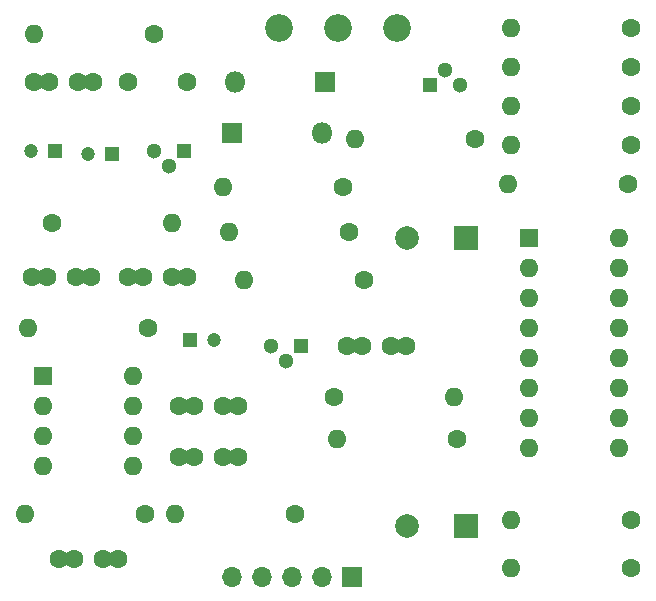
<source format=gbs>
G04 #@! TF.GenerationSoftware,KiCad,Pcbnew,7.0.11+dfsg-1build4*
G04 #@! TF.CreationDate,2026-01-25T21:38:33-05:00*
G04 #@! TF.ProjectId,Envelope-01-mutronv,456e7665-6c6f-4706-952d-30312d6d7574,rev?*
G04 #@! TF.SameCoordinates,Original*
G04 #@! TF.FileFunction,Soldermask,Bot*
G04 #@! TF.FilePolarity,Negative*
%FSLAX46Y46*%
G04 Gerber Fmt 4.6, Leading zero omitted, Abs format (unit mm)*
G04 Created by KiCad (PCBNEW 7.0.11+dfsg-1build4) date 2026-01-25 21:38:33*
%MOMM*%
%LPD*%
G01*
G04 APERTURE LIST*
%ADD10C,1.600000*%
%ADD11R,2.000000X2.000000*%
%ADD12C,2.000000*%
%ADD13R,1.200000X1.200000*%
%ADD14C,1.200000*%
%ADD15R,1.800000X1.800000*%
%ADD16O,1.800000X1.800000*%
%ADD17R,1.700000X1.700000*%
%ADD18O,1.700000X1.700000*%
%ADD19R,1.300000X1.300000*%
%ADD20C,1.300000*%
%ADD21O,1.600000X1.600000*%
%ADD22C,2.340000*%
%ADD23R,1.600000X1.600000*%
G04 APERTURE END LIST*
D10*
X133858000Y-79248000D03*
X132608000Y-79248000D03*
X130108000Y-79248000D03*
X128858000Y-79248000D03*
D11*
X138938000Y-94488000D03*
D12*
X133938000Y-94488000D03*
D10*
X115316000Y-56896000D03*
X110316000Y-56896000D03*
D11*
X138938000Y-70104000D03*
D12*
X133938000Y-70104000D03*
D13*
X108966000Y-62992000D03*
D14*
X106966000Y-62992000D03*
D10*
X114066000Y-73406000D03*
X115316000Y-73406000D03*
X110316000Y-73406000D03*
X111566000Y-73406000D03*
X103612000Y-56896000D03*
X102362000Y-56896000D03*
X107362000Y-56896000D03*
X106112000Y-56896000D03*
X105938000Y-73406000D03*
X107188000Y-73406000D03*
X102188000Y-73406000D03*
X103438000Y-73406000D03*
D13*
X104140000Y-62738000D03*
D14*
X102140000Y-62738000D03*
D10*
X118384000Y-84328000D03*
X119634000Y-84328000D03*
X115884000Y-84328000D03*
X114634000Y-84328000D03*
X108224000Y-97282000D03*
X109474000Y-97282000D03*
X105724000Y-97282000D03*
X104474000Y-97282000D03*
X119634000Y-88646000D03*
X118384000Y-88646000D03*
X114634000Y-88646000D03*
X115884000Y-88646000D03*
D14*
X117570000Y-78740000D03*
D13*
X115570000Y-78740000D03*
D15*
X127000000Y-56896000D03*
D16*
X119380000Y-56896000D03*
D15*
X119126000Y-61214000D03*
D16*
X126746000Y-61214000D03*
D17*
X129286000Y-98806000D03*
D18*
X126746000Y-98806000D03*
X124206000Y-98806000D03*
X121666000Y-98806000D03*
X119126000Y-98806000D03*
D19*
X124968000Y-79248000D03*
D20*
X123698000Y-80518000D03*
X122428000Y-79248000D03*
D19*
X135890000Y-57150000D03*
D20*
X137160000Y-55880000D03*
X138430000Y-57150000D03*
D10*
X127762000Y-83566000D03*
D21*
X137922000Y-83566000D03*
D10*
X152908000Y-55626000D03*
D21*
X142748000Y-55626000D03*
D10*
X152908000Y-98044000D03*
D21*
X142748000Y-98044000D03*
D10*
X103886000Y-68834000D03*
D21*
X114046000Y-68834000D03*
D10*
X129032000Y-69596000D03*
D21*
X118872000Y-69596000D03*
D10*
X130302000Y-73660000D03*
D21*
X120142000Y-73660000D03*
D10*
X128524000Y-65786000D03*
D21*
X118364000Y-65786000D03*
D10*
X139700000Y-61722000D03*
D21*
X129540000Y-61722000D03*
D10*
X152908000Y-62230000D03*
D21*
X142748000Y-62230000D03*
D10*
X111760000Y-93472000D03*
D21*
X101600000Y-93472000D03*
D10*
X152908000Y-52324000D03*
D21*
X142748000Y-52324000D03*
D10*
X152908000Y-93980000D03*
D21*
X142748000Y-93980000D03*
D10*
X124460000Y-93472000D03*
D21*
X114300000Y-93472000D03*
D10*
X112014000Y-77724000D03*
D21*
X101854000Y-77724000D03*
D10*
X138176000Y-87122000D03*
D21*
X128016000Y-87122000D03*
D22*
X133096000Y-52324000D03*
X128096000Y-52324000D03*
X123096000Y-52324000D03*
D23*
X103124000Y-81788000D03*
D21*
X103124000Y-84328000D03*
X103124000Y-86868000D03*
X103124000Y-89408000D03*
X110744000Y-89408000D03*
X110744000Y-86868000D03*
X110744000Y-84328000D03*
X110744000Y-81788000D03*
D23*
X144272000Y-70104000D03*
D21*
X144272000Y-72644000D03*
X144272000Y-75184000D03*
X144272000Y-77724000D03*
X144272000Y-80264000D03*
X144272000Y-82804000D03*
X144272000Y-85344000D03*
X144272000Y-87884000D03*
X151892000Y-87884000D03*
X151892000Y-85344000D03*
X151892000Y-82804000D03*
X151892000Y-80264000D03*
X151892000Y-77724000D03*
X151892000Y-75184000D03*
X151892000Y-72644000D03*
X151892000Y-70104000D03*
D10*
X152908000Y-58928000D03*
D21*
X142748000Y-58928000D03*
D10*
X152654000Y-65532000D03*
D21*
X142494000Y-65532000D03*
D10*
X112522000Y-52832000D03*
D21*
X102362000Y-52832000D03*
D19*
X115062000Y-62738000D03*
D20*
X113792000Y-64008000D03*
X112522000Y-62738000D03*
M02*

</source>
